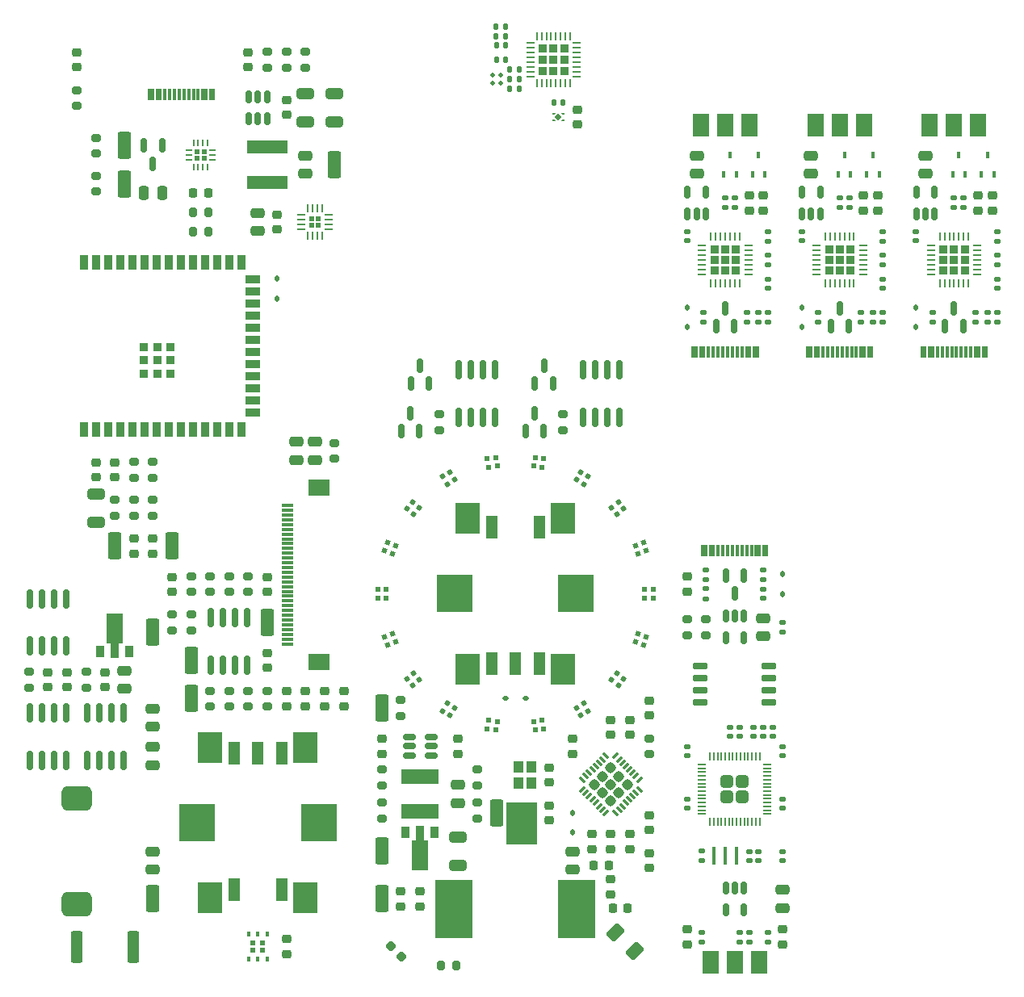
<source format=gbr>
G04 #@! TF.GenerationSoftware,KiCad,Pcbnew,7.0.8*
G04 #@! TF.CreationDate,2023-10-18T02:17:35-07:00*
G04 #@! TF.ProjectId,IotFan,496f7446-616e-42e6-9b69-6361645f7063,rev?*
G04 #@! TF.SameCoordinates,Original*
G04 #@! TF.FileFunction,Paste,Top*
G04 #@! TF.FilePolarity,Positive*
%FSLAX46Y46*%
G04 Gerber Fmt 4.6, Leading zero omitted, Abs format (unit mm)*
G04 Created by KiCad (PCBNEW 7.0.8) date 2023-10-18 02:17:35*
%MOMM*%
%LPD*%
G01*
G04 APERTURE LIST*
G04 Aperture macros list*
%AMRoundRect*
0 Rectangle with rounded corners*
0 $1 Rounding radius*
0 $2 $3 $4 $5 $6 $7 $8 $9 X,Y pos of 4 corners*
0 Add a 4 corners polygon primitive as box body*
4,1,4,$2,$3,$4,$5,$6,$7,$8,$9,$2,$3,0*
0 Add four circle primitives for the rounded corners*
1,1,$1+$1,$2,$3*
1,1,$1+$1,$4,$5*
1,1,$1+$1,$6,$7*
1,1,$1+$1,$8,$9*
0 Add four rect primitives between the rounded corners*
20,1,$1+$1,$2,$3,$4,$5,0*
20,1,$1+$1,$4,$5,$6,$7,0*
20,1,$1+$1,$6,$7,$8,$9,0*
20,1,$1+$1,$8,$9,$2,$3,0*%
%AMRotRect*
0 Rectangle, with rotation*
0 The origin of the aperture is its center*
0 $1 length*
0 $2 width*
0 $3 Rotation angle, in degrees counterclockwise*
0 Add horizontal line*
21,1,$1,$2,0,0,$3*%
%AMFreePoly0*
4,1,6,0.110000,-0.125000,-0.110000,-0.125000,-0.290000,0.055000,-0.290000,0.125000,0.110000,0.125000,0.110000,-0.125000,0.110000,-0.125000,$1*%
%AMFreePoly1*
4,1,7,0.110000,-0.125000,-0.110000,-0.125000,-0.290000,-0.125000,-0.290000,-0.055000,-0.110000,0.125000,0.110000,0.125000,0.110000,-0.125000,0.110000,-0.125000,$1*%
%AMFreePoly2*
4,1,6,0.290000,-0.055000,0.290000,-0.125000,-0.110000,-0.125000,-0.110000,0.125000,0.110000,0.125000,0.290000,-0.055000,0.290000,-0.055000,$1*%
%AMFreePoly3*
4,1,5,0.110000,-0.125000,-0.110000,-0.125000,-0.110000,0.125000,0.360000,0.125000,0.110000,-0.125000,0.110000,-0.125000,$1*%
%AMFreePoly4*
4,1,9,3.862500,-0.866500,0.737500,-0.866500,0.737500,-0.450000,-0.737500,-0.450000,-0.737500,0.450000,0.737500,0.450000,0.737500,0.866500,3.862500,0.866500,3.862500,-0.866500,3.862500,-0.866500,$1*%
G04 Aperture macros list end*
%ADD10R,0.450000X0.700000*%
%ADD11RoundRect,0.112500X0.112500X-0.187500X0.112500X0.187500X-0.112500X0.187500X-0.112500X-0.187500X0*%
%ADD12RoundRect,0.140000X-0.170000X0.140000X-0.170000X-0.140000X0.170000X-0.140000X0.170000X0.140000X0*%
%ADD13RoundRect,0.135000X0.185000X-0.135000X0.185000X0.135000X-0.185000X0.135000X-0.185000X-0.135000X0*%
%ADD14R,0.300000X1.150000*%
%ADD15RoundRect,0.225000X0.225000X-0.225000X0.225000X0.225000X-0.225000X0.225000X-0.225000X-0.225000X0*%
%ADD16RoundRect,0.062500X0.062500X-0.337500X0.062500X0.337500X-0.062500X0.337500X-0.062500X-0.337500X0*%
%ADD17RoundRect,0.062500X0.337500X-0.062500X0.337500X0.062500X-0.337500X0.062500X-0.337500X-0.062500X0*%
%ADD18RoundRect,0.218750X0.256250X-0.218750X0.256250X0.218750X-0.256250X0.218750X-0.256250X-0.218750X0*%
%ADD19RoundRect,0.135000X-0.185000X0.135000X-0.185000X-0.135000X0.185000X-0.135000X0.185000X0.135000X0*%
%ADD20RoundRect,0.140000X0.170000X-0.140000X0.170000X0.140000X-0.170000X0.140000X-0.170000X-0.140000X0*%
%ADD21R,1.700000X2.340000*%
%ADD22RoundRect,0.150000X0.150000X-0.587500X0.150000X0.587500X-0.150000X0.587500X-0.150000X-0.587500X0*%
%ADD23RoundRect,0.250000X-0.475000X0.250000X-0.475000X-0.250000X0.475000X-0.250000X0.475000X0.250000X0*%
%ADD24RoundRect,0.150000X0.150000X-0.512500X0.150000X0.512500X-0.150000X0.512500X-0.150000X-0.512500X0*%
%ADD25RoundRect,0.250000X-0.450000X1.175000X-0.450000X-1.175000X0.450000X-1.175000X0.450000X1.175000X0*%
%ADD26RotRect,0.500000X0.500000X60.000000*%
%ADD27RoundRect,0.150000X0.150000X-0.825000X0.150000X0.825000X-0.150000X0.825000X-0.150000X-0.825000X0*%
%ADD28RoundRect,0.225000X0.250000X-0.225000X0.250000X0.225000X-0.250000X0.225000X-0.250000X-0.225000X0*%
%ADD29RoundRect,0.250000X0.450000X-1.175000X0.450000X1.175000X-0.450000X1.175000X-0.450000X-1.175000X0*%
%ADD30R,4.000000X1.500000*%
%ADD31RoundRect,0.200000X0.275000X-0.200000X0.275000X0.200000X-0.275000X0.200000X-0.275000X-0.200000X0*%
%ADD32RoundRect,0.112500X0.112500X-0.112500X0.112500X0.112500X-0.112500X0.112500X-0.112500X-0.112500X0*%
%ADD33RotRect,0.500000X0.500000X200.000000*%
%ADD34RotRect,0.500000X0.500000X240.000000*%
%ADD35RotRect,0.500000X0.500000X160.000000*%
%ADD36RoundRect,0.250000X-0.707107X-0.176777X-0.176777X-0.707107X0.707107X0.176777X0.176777X0.707107X0*%
%ADD37RoundRect,0.150000X0.512500X0.150000X-0.512500X0.150000X-0.512500X-0.150000X0.512500X-0.150000X0*%
%ADD38RoundRect,0.140000X0.140000X0.170000X-0.140000X0.170000X-0.140000X-0.170000X0.140000X-0.170000X0*%
%ADD39RoundRect,0.245000X0.346482X0.000000X0.000000X0.346482X-0.346482X0.000000X0.000000X-0.346482X0*%
%ADD40RoundRect,0.062500X0.265165X-0.176777X-0.176777X0.265165X-0.265165X0.176777X0.176777X-0.265165X0*%
%ADD41RoundRect,0.062500X0.265165X0.176777X0.176777X0.265165X-0.265165X-0.176777X-0.176777X-0.265165X0*%
%ADD42RoundRect,0.200000X-0.275000X0.200000X-0.275000X-0.200000X0.275000X-0.200000X0.275000X0.200000X0*%
%ADD43RoundRect,0.135000X-0.135000X-0.185000X0.135000X-0.185000X0.135000X0.185000X-0.135000X0.185000X0*%
%ADD44RoundRect,0.225000X-0.250000X0.225000X-0.250000X-0.225000X0.250000X-0.225000X0.250000X0.225000X0*%
%ADD45RotRect,0.500000X0.500000X40.000000*%
%ADD46RoundRect,0.250000X0.475000X-0.250000X0.475000X0.250000X-0.475000X0.250000X-0.475000X-0.250000X0*%
%ADD47R,0.500000X0.500000*%
%ADD48RoundRect,0.218750X0.335876X0.026517X0.026517X0.335876X-0.335876X-0.026517X-0.026517X-0.335876X0*%
%ADD49RotRect,0.500000X0.500000X280.000000*%
%ADD50RotRect,0.500000X0.500000X220.000000*%
%ADD51RotRect,0.500000X0.500000X20.000000*%
%ADD52RotRect,0.500000X0.500000X260.000000*%
%ADD53RoundRect,0.225000X0.225000X0.250000X-0.225000X0.250000X-0.225000X-0.250000X0.225000X-0.250000X0*%
%ADD54RotRect,0.500000X0.500000X120.000000*%
%ADD55RoundRect,0.200000X-0.200000X-0.275000X0.200000X-0.275000X0.200000X0.275000X-0.200000X0.275000X0*%
%ADD56RotRect,0.500000X0.500000X80.000000*%
%ADD57RotRect,0.500000X0.500000X300.000000*%
%ADD58RotRect,0.500000X0.500000X140.000000*%
%ADD59RoundRect,0.112500X-0.187500X-0.112500X0.187500X-0.112500X0.187500X0.112500X-0.187500X0.112500X0*%
%ADD60R,3.300000X4.400000*%
%ADD61R,3.900000X6.200000*%
%ADD62RotRect,0.480000X0.480000X225.000000*%
%ADD63FreePoly0,180.000000*%
%ADD64FreePoly1,180.000000*%
%ADD65FreePoly2,180.000000*%
%ADD66FreePoly3,180.000000*%
%ADD67RoundRect,0.250000X-0.650000X0.325000X-0.650000X-0.325000X0.650000X-0.325000X0.650000X0.325000X0*%
%ADD68RoundRect,0.225000X-0.225000X-0.250000X0.225000X-0.250000X0.225000X0.250000X-0.225000X0.250000X0*%
%ADD69RoundRect,0.062500X-0.062500X-0.375000X0.062500X-0.375000X0.062500X0.375000X-0.062500X0.375000X0*%
%ADD70RoundRect,0.062500X-0.375000X-0.062500X0.375000X-0.062500X0.375000X0.062500X-0.375000X0.062500X0*%
%ADD71RoundRect,0.232500X-0.232500X-0.232500X0.232500X-0.232500X0.232500X0.232500X-0.232500X0.232500X0*%
%ADD72RoundRect,0.135000X0.135000X0.185000X-0.135000X0.185000X-0.135000X-0.185000X0.135000X-0.185000X0*%
%ADD73R,1.000000X1.150000*%
%ADD74R,0.900000X1.300000*%
%ADD75FreePoly4,270.000000*%
%ADD76RoundRect,0.218750X-0.256250X0.218750X-0.256250X-0.218750X0.256250X-0.218750X0.256250X0.218750X0*%
%ADD77R,1.300000X2.400000*%
%ADD78R,2.500000X3.200000*%
%ADD79R,3.750000X4.000000*%
%ADD80RoundRect,0.140000X-0.140000X-0.170000X0.140000X-0.170000X0.140000X0.170000X-0.140000X0.170000X0*%
%ADD81RotRect,0.500000X0.500000X100.000000*%
%ADD82RotRect,0.500000X0.500000X320.000000*%
%ADD83RotRect,0.500000X0.500000X340.000000*%
%ADD84FreePoly4,90.000000*%
%ADD85RoundRect,0.145000X-0.145000X0.145000X-0.145000X-0.145000X0.145000X-0.145000X0.145000X0.145000X0*%
%ADD86RoundRect,0.062500X-0.062500X0.375000X-0.062500X-0.375000X0.062500X-0.375000X0.062500X0.375000X0*%
%ADD87RoundRect,0.062500X-0.375000X0.062500X-0.375000X-0.062500X0.375000X-0.062500X0.375000X0.062500X0*%
%ADD88R,1.300000X0.300000*%
%ADD89R,2.200000X1.800000*%
%ADD90R,4.200000X1.400000*%
%ADD91R,0.450000X0.630000*%
%ADD92R,0.630000X0.480000*%
%ADD93RoundRect,0.150000X-0.150000X0.825000X-0.150000X-0.825000X0.150000X-0.825000X0.150000X0.825000X0*%
%ADD94RoundRect,0.250000X-0.362500X-1.425000X0.362500X-1.425000X0.362500X1.425000X-0.362500X1.425000X0*%
%ADD95R,0.900000X0.900000*%
%ADD96R,0.900000X1.500000*%
%ADD97R,1.500000X0.900000*%
%ADD98RoundRect,0.250000X0.650000X-0.325000X0.650000X0.325000X-0.650000X0.325000X-0.650000X-0.325000X0*%
%ADD99RoundRect,0.650000X-0.950000X0.650000X-0.950000X-0.650000X0.950000X-0.650000X0.950000X0.650000X0*%
%ADD100RoundRect,0.150000X-0.150000X0.587500X-0.150000X-0.587500X0.150000X-0.587500X0.150000X0.587500X0*%
%ADD101RoundRect,0.145000X-0.145000X-0.145000X0.145000X-0.145000X0.145000X0.145000X-0.145000X0.145000X0*%
%ADD102RoundRect,0.062500X-0.275000X-0.062500X0.275000X-0.062500X0.275000X0.062500X-0.275000X0.062500X0*%
%ADD103RoundRect,0.062500X-0.062500X-0.275000X0.062500X-0.275000X0.062500X0.275000X-0.062500X0.275000X0*%
%ADD104RoundRect,0.250000X0.250000X0.475000X-0.250000X0.475000X-0.250000X-0.475000X0.250000X-0.475000X0*%
%ADD105R,0.400000X1.900000*%
%ADD106RoundRect,0.150000X-0.150000X0.512500X-0.150000X-0.512500X0.150000X-0.512500X0.150000X0.512500X0*%
%ADD107RoundRect,0.150000X-0.650000X-0.150000X0.650000X-0.150000X0.650000X0.150000X-0.650000X0.150000X0*%
%ADD108RoundRect,0.050000X-0.050000X-0.387500X0.050000X-0.387500X0.050000X0.387500X-0.050000X0.387500X0*%
%ADD109RoundRect,0.050000X-0.387500X-0.050000X0.387500X-0.050000X0.387500X0.050000X-0.387500X0.050000X0*%
%ADD110RoundRect,0.249999X-0.395001X-0.395001X0.395001X-0.395001X0.395001X0.395001X-0.395001X0.395001X0*%
%ADD111RoundRect,0.112500X-0.112500X0.187500X-0.112500X-0.187500X0.112500X-0.187500X0.112500X0.187500X0*%
G04 APERTURE END LIST*
D10*
X148850000Y-56000000D03*
X150150000Y-56000000D03*
X149500000Y-54000000D03*
D11*
X142000000Y-72050000D03*
X142000000Y-69950000D03*
D12*
X149500000Y-70520000D03*
X149500000Y-71480000D03*
D13*
X146000000Y-59510000D03*
X146000000Y-58490000D03*
D14*
X142650000Y-74655000D03*
X143450000Y-74655000D03*
X144750000Y-74655000D03*
X145750000Y-74655000D03*
X146250000Y-74655000D03*
X147250000Y-74655000D03*
X148550000Y-74655000D03*
X149350000Y-74655000D03*
X149050000Y-74655000D03*
X148250000Y-74655000D03*
X147750000Y-74655000D03*
X146750000Y-74655000D03*
X145250000Y-74655000D03*
X144250000Y-74655000D03*
X143750000Y-74655000D03*
X142950000Y-74655000D03*
D10*
X145850000Y-56000000D03*
X147150000Y-56000000D03*
X146500000Y-54000000D03*
D15*
X144880000Y-66120000D03*
X146000000Y-66120000D03*
X147120000Y-66120000D03*
X144880000Y-65000000D03*
X146000000Y-65000000D03*
X147120000Y-65000000D03*
X144880000Y-63880000D03*
X146000000Y-63880000D03*
X147120000Y-63880000D03*
D16*
X144500000Y-67450000D03*
X145000000Y-67450000D03*
X145500000Y-67450000D03*
X146000000Y-67450000D03*
X146500000Y-67450000D03*
X147000000Y-67450000D03*
X147500000Y-67450000D03*
D17*
X148450000Y-66500000D03*
X148450000Y-66000000D03*
X148450000Y-65500000D03*
X148450000Y-65000000D03*
X148450000Y-64500000D03*
X148450000Y-64000000D03*
X148450000Y-63500000D03*
D16*
X147500000Y-62550000D03*
X147000000Y-62550000D03*
X146500000Y-62550000D03*
X146000000Y-62550000D03*
X145500000Y-62550000D03*
X145000000Y-62550000D03*
X144500000Y-62550000D03*
D17*
X143550000Y-63500000D03*
X143550000Y-64000000D03*
X143550000Y-64500000D03*
X143550000Y-65000000D03*
X143550000Y-65500000D03*
X143550000Y-66000000D03*
X143550000Y-66500000D03*
D12*
X150500000Y-70520000D03*
X150500000Y-71480000D03*
D13*
X147000000Y-59510000D03*
X147000000Y-58490000D03*
D18*
X148500000Y-59787500D03*
X148500000Y-58212500D03*
D19*
X150500000Y-61990000D03*
X150500000Y-63010000D03*
D20*
X150500000Y-67980000D03*
X150500000Y-67020000D03*
D12*
X142000000Y-62020000D03*
X142000000Y-62980000D03*
D18*
X150000000Y-59787500D03*
X150000000Y-58212500D03*
D21*
X143455000Y-50870000D03*
X145995000Y-50870000D03*
X148535000Y-50870000D03*
D19*
X150500000Y-64490000D03*
X150500000Y-65510000D03*
D22*
X145050000Y-71937500D03*
X146950000Y-71937500D03*
X146000000Y-70062500D03*
D23*
X143000000Y-54050000D03*
X143000000Y-55950000D03*
D19*
X148250000Y-70490000D03*
X148250000Y-71510000D03*
X143750000Y-70490000D03*
X143750000Y-71510000D03*
D24*
X142050000Y-60137500D03*
X143000000Y-60137500D03*
X143950000Y-60137500D03*
X143950000Y-57862500D03*
X142050000Y-57862500D03*
D10*
X136850000Y-56000000D03*
X138150000Y-56000000D03*
X137500000Y-54000000D03*
D11*
X130000000Y-72050000D03*
X130000000Y-69950000D03*
D12*
X137500000Y-70520000D03*
X137500000Y-71480000D03*
D13*
X134000000Y-59510000D03*
X134000000Y-58490000D03*
D14*
X130650000Y-74655000D03*
X131450000Y-74655000D03*
X132750000Y-74655000D03*
X133750000Y-74655000D03*
X134250000Y-74655000D03*
X135250000Y-74655000D03*
X136550000Y-74655000D03*
X137350000Y-74655000D03*
X137050000Y-74655000D03*
X136250000Y-74655000D03*
X135750000Y-74655000D03*
X134750000Y-74655000D03*
X133250000Y-74655000D03*
X132250000Y-74655000D03*
X131750000Y-74655000D03*
X130950000Y-74655000D03*
D10*
X133850000Y-56000000D03*
X135150000Y-56000000D03*
X134500000Y-54000000D03*
D15*
X132880000Y-66120000D03*
X134000000Y-66120000D03*
X135120000Y-66120000D03*
X132880000Y-65000000D03*
X134000000Y-65000000D03*
X135120000Y-65000000D03*
X132880000Y-63880000D03*
X134000000Y-63880000D03*
X135120000Y-63880000D03*
D16*
X132500000Y-67450000D03*
X133000000Y-67450000D03*
X133500000Y-67450000D03*
X134000000Y-67450000D03*
X134500000Y-67450000D03*
X135000000Y-67450000D03*
X135500000Y-67450000D03*
D17*
X136450000Y-66500000D03*
X136450000Y-66000000D03*
X136450000Y-65500000D03*
X136450000Y-65000000D03*
X136450000Y-64500000D03*
X136450000Y-64000000D03*
X136450000Y-63500000D03*
D16*
X135500000Y-62550000D03*
X135000000Y-62550000D03*
X134500000Y-62550000D03*
X134000000Y-62550000D03*
X133500000Y-62550000D03*
X133000000Y-62550000D03*
X132500000Y-62550000D03*
D17*
X131550000Y-63500000D03*
X131550000Y-64000000D03*
X131550000Y-64500000D03*
X131550000Y-65000000D03*
X131550000Y-65500000D03*
X131550000Y-66000000D03*
X131550000Y-66500000D03*
D12*
X138500000Y-70520000D03*
X138500000Y-71480000D03*
D13*
X135000000Y-59510000D03*
X135000000Y-58490000D03*
D18*
X136500000Y-59787500D03*
X136500000Y-58212500D03*
D19*
X138500000Y-61990000D03*
X138500000Y-63010000D03*
D20*
X138500000Y-67980000D03*
X138500000Y-67020000D03*
D12*
X130000000Y-62020000D03*
X130000000Y-62980000D03*
D18*
X138000000Y-59787500D03*
X138000000Y-58212500D03*
D21*
X131455000Y-50870000D03*
X133995000Y-50870000D03*
X136535000Y-50870000D03*
D19*
X138500000Y-64490000D03*
X138500000Y-65510000D03*
D22*
X133050000Y-71937500D03*
X134950000Y-71937500D03*
X134000000Y-70062500D03*
D23*
X131000000Y-54050000D03*
X131000000Y-55950000D03*
D19*
X136250000Y-70490000D03*
X136250000Y-71510000D03*
X131750000Y-70490000D03*
X131750000Y-71510000D03*
D24*
X130050000Y-60137500D03*
X131000000Y-60137500D03*
X131950000Y-60137500D03*
X131950000Y-57862500D03*
X130050000Y-57862500D03*
X118050000Y-57862500D03*
X119950000Y-57862500D03*
X119950000Y-60137500D03*
X119000000Y-60137500D03*
X118050000Y-60137500D03*
D19*
X119750000Y-71510000D03*
X119750000Y-70490000D03*
X124250000Y-71510000D03*
X124250000Y-70490000D03*
D23*
X119000000Y-55950000D03*
X119000000Y-54050000D03*
D22*
X122000000Y-70062500D03*
X122950000Y-71937500D03*
X121050000Y-71937500D03*
D19*
X126500000Y-65510000D03*
X126500000Y-64490000D03*
D21*
X119455000Y-50870000D03*
X121995000Y-50870000D03*
X124535000Y-50870000D03*
D18*
X126000000Y-58212500D03*
X126000000Y-59787500D03*
D12*
X118000000Y-62980000D03*
X118000000Y-62020000D03*
D20*
X126500000Y-67020000D03*
X126500000Y-67980000D03*
D19*
X126500000Y-63010000D03*
X126500000Y-61990000D03*
D18*
X124500000Y-58212500D03*
X124500000Y-59787500D03*
D13*
X123000000Y-58490000D03*
X123000000Y-59510000D03*
D12*
X126500000Y-71480000D03*
X126500000Y-70520000D03*
D17*
X119550000Y-66500000D03*
X119550000Y-66000000D03*
X119550000Y-65500000D03*
X119550000Y-65000000D03*
X119550000Y-64500000D03*
X119550000Y-64000000D03*
X119550000Y-63500000D03*
D16*
X120500000Y-62550000D03*
X121000000Y-62550000D03*
X121500000Y-62550000D03*
X122000000Y-62550000D03*
X122500000Y-62550000D03*
X123000000Y-62550000D03*
X123500000Y-62550000D03*
D17*
X124450000Y-63500000D03*
X124450000Y-64000000D03*
X124450000Y-64500000D03*
X124450000Y-65000000D03*
X124450000Y-65500000D03*
X124450000Y-66000000D03*
X124450000Y-66500000D03*
D16*
X123500000Y-67450000D03*
X123000000Y-67450000D03*
X122500000Y-67450000D03*
X122000000Y-67450000D03*
X121500000Y-67450000D03*
X121000000Y-67450000D03*
X120500000Y-67450000D03*
D15*
X123120000Y-63880000D03*
X122000000Y-63880000D03*
X120880000Y-63880000D03*
X123120000Y-65000000D03*
X122000000Y-65000000D03*
X120880000Y-65000000D03*
X123120000Y-66120000D03*
X122000000Y-66120000D03*
X120880000Y-66120000D03*
D10*
X122500000Y-54000000D03*
X123150000Y-56000000D03*
X121850000Y-56000000D03*
D14*
X118950000Y-74655000D03*
X119750000Y-74655000D03*
X120250000Y-74655000D03*
X121250000Y-74655000D03*
X122750000Y-74655000D03*
X123750000Y-74655000D03*
X124250000Y-74655000D03*
X125050000Y-74655000D03*
X125350000Y-74655000D03*
X124550000Y-74655000D03*
X123250000Y-74655000D03*
X122250000Y-74655000D03*
X121750000Y-74655000D03*
X120750000Y-74655000D03*
X119450000Y-74655000D03*
X118650000Y-74655000D03*
D13*
X122000000Y-58490000D03*
X122000000Y-59510000D03*
D12*
X125500000Y-71480000D03*
X125500000Y-70520000D03*
D11*
X118000000Y-69950000D03*
X118000000Y-72050000D03*
D10*
X125500000Y-54000000D03*
X126150000Y-56000000D03*
X124850000Y-56000000D03*
D25*
X86000000Y-112000000D03*
D26*
X106385289Y-88040711D03*
X107164711Y-88490711D03*
X107614711Y-87711289D03*
X106835289Y-87261289D03*
D27*
X94095000Y-81475000D03*
X95365000Y-81475000D03*
X96635000Y-81475000D03*
X97905000Y-81475000D03*
X97905000Y-76525000D03*
X96635000Y-76525000D03*
X95365000Y-76525000D03*
X94095000Y-76525000D03*
X107095000Y-81475000D03*
X108365000Y-81475000D03*
X109635000Y-81475000D03*
X110905000Y-81475000D03*
X110905000Y-76525000D03*
X109635000Y-76525000D03*
X108365000Y-76525000D03*
X107095000Y-76525000D03*
D28*
X110000000Y-114775000D03*
X110000000Y-113225000D03*
D22*
X89050000Y-77937500D03*
X90950000Y-77937500D03*
X90000000Y-76062500D03*
D29*
X86000000Y-127000000D03*
D30*
X90000000Y-119200000D03*
X90000000Y-122800000D03*
D31*
X105000000Y-82825000D03*
X105000000Y-81175000D03*
D32*
X98425000Y-46425000D03*
X98425000Y-45575000D03*
X97575000Y-45575000D03*
X97575000Y-46425000D03*
D31*
X86000000Y-123575000D03*
X86000000Y-121925000D03*
D33*
X87420771Y-105056953D03*
X87112953Y-104211229D03*
X86267229Y-104519047D03*
X86575047Y-105364771D03*
D34*
X93614711Y-111959289D03*
X92835289Y-111509289D03*
X92385289Y-112288711D03*
X93164711Y-112738711D03*
D35*
X87112953Y-95788771D03*
X87420771Y-94943047D03*
X86575047Y-94635229D03*
X86267229Y-95480953D03*
D36*
X110510051Y-135510051D03*
X112489949Y-137489949D03*
D37*
X91137500Y-116950000D03*
X91137500Y-116000000D03*
X91137500Y-115050000D03*
X88862500Y-115050000D03*
X88862500Y-116000000D03*
X88862500Y-116950000D03*
D31*
X92000000Y-82825000D03*
X92000000Y-81175000D03*
D38*
X98020000Y-42500000D03*
X98980000Y-42500000D03*
D39*
X110000000Y-121725341D03*
X110862670Y-120862670D03*
X111725341Y-120000000D03*
X109137330Y-120862670D03*
X110000000Y-120000000D03*
X110862670Y-119137330D03*
X108274659Y-120000000D03*
X109137330Y-119137330D03*
X110000000Y-118274659D03*
D40*
X110512652Y-122987526D03*
X110866206Y-122633973D03*
X111219759Y-122280419D03*
X111573313Y-121926866D03*
X111926866Y-121573313D03*
X112280419Y-121219759D03*
X112633973Y-120866206D03*
X112987526Y-120512652D03*
D41*
X112987526Y-119487348D03*
X112633973Y-119133794D03*
X112280419Y-118780241D03*
X111926866Y-118426687D03*
X111573313Y-118073134D03*
X111219759Y-117719581D03*
X110866206Y-117366027D03*
X110512652Y-117012474D03*
D40*
X109487348Y-117012474D03*
X109133794Y-117366027D03*
X108780241Y-117719581D03*
X108426687Y-118073134D03*
X108073134Y-118426687D03*
X107719581Y-118780241D03*
X107366027Y-119133794D03*
X107012474Y-119487348D03*
D41*
X107012474Y-120512652D03*
X107366027Y-120866206D03*
X107719581Y-121219759D03*
X108073134Y-121573313D03*
X108426687Y-121926866D03*
X108780241Y-122280419D03*
X109133794Y-122633973D03*
X109487348Y-122987526D03*
D42*
X96000000Y-121925000D03*
X96000000Y-123575000D03*
D22*
X88050000Y-82937500D03*
X89950000Y-82937500D03*
X89000000Y-81062500D03*
D43*
X100410000Y-45000000D03*
X99390000Y-45000000D03*
D44*
X103500000Y-118225000D03*
X103500000Y-119775000D03*
D31*
X114000000Y-116825000D03*
X114000000Y-115175000D03*
D45*
X110091026Y-90945534D03*
X110669534Y-91634974D03*
X111358974Y-91056466D03*
X110780466Y-90367026D03*
D43*
X100410000Y-46000000D03*
X99390000Y-46000000D03*
D42*
X88000000Y-111175000D03*
X88000000Y-112825000D03*
D44*
X86000000Y-115225000D03*
X86000000Y-116775000D03*
D42*
X96000000Y-118425000D03*
X96000000Y-120075000D03*
D46*
X94000000Y-121950000D03*
X94000000Y-120050000D03*
D47*
X113550000Y-99550000D03*
X113550000Y-100450000D03*
X114450000Y-100450000D03*
X114450000Y-99550000D03*
D48*
X88056847Y-138056847D03*
X86943153Y-136943153D03*
D28*
X112000000Y-114775000D03*
X112000000Y-113225000D03*
X103500000Y-123775000D03*
X103500000Y-122225000D03*
D43*
X100410000Y-47000000D03*
X99390000Y-47000000D03*
D44*
X110000000Y-125225000D03*
X110000000Y-126775000D03*
D49*
X102796022Y-113265695D03*
X101909695Y-113421978D03*
X102065978Y-114308305D03*
X102952305Y-114152022D03*
D50*
X89908974Y-109054466D03*
X89330466Y-108365026D03*
X88641026Y-108943534D03*
X89219534Y-109632974D03*
D29*
X98000000Y-123000000D03*
D51*
X112579229Y-94943047D03*
X112887047Y-95788771D03*
X113732771Y-95480953D03*
X113424953Y-94635229D03*
D44*
X94000000Y-115225000D03*
X94000000Y-116775000D03*
D11*
X106000000Y-125050000D03*
X106000000Y-122950000D03*
D52*
X98090305Y-113421978D03*
X97203978Y-113265695D03*
X97047695Y-114152022D03*
X97934022Y-114308305D03*
D44*
X88000000Y-131225000D03*
X88000000Y-132775000D03*
D22*
X101050000Y-82937500D03*
X102950000Y-82937500D03*
X102000000Y-81062500D03*
D53*
X109775000Y-128500000D03*
X108225000Y-128500000D03*
D25*
X86000000Y-132000000D03*
D54*
X92835289Y-88490711D03*
X93614711Y-88040711D03*
X93164711Y-87261289D03*
X92385289Y-87711289D03*
D47*
X86450000Y-100450000D03*
X86450000Y-99550000D03*
X85550000Y-99550000D03*
X85550000Y-100450000D03*
D44*
X90000000Y-131225000D03*
X90000000Y-132775000D03*
D55*
X92175000Y-139000000D03*
X93825000Y-139000000D03*
D56*
X101909695Y-86578022D03*
X102796022Y-86734305D03*
X102952305Y-85847978D03*
X102065978Y-85691695D03*
D57*
X107164711Y-111509289D03*
X106385289Y-111959289D03*
X106835289Y-112738711D03*
X107614711Y-112288711D03*
D58*
X89330466Y-91634974D03*
X89908974Y-90945534D03*
X89219534Y-90367026D03*
X88641026Y-91056466D03*
D44*
X108000000Y-125225000D03*
X108000000Y-126775000D03*
D59*
X98950000Y-111000000D03*
X101050000Y-111000000D03*
D60*
X100700000Y-124100000D03*
D61*
X93550000Y-133100000D03*
X106450000Y-133100000D03*
D22*
X102050000Y-77937500D03*
X103950000Y-77937500D03*
X103000000Y-76062500D03*
D62*
X104500000Y-50000000D03*
D63*
X103960000Y-50325000D03*
D64*
X103960000Y-49675000D03*
D65*
X105040000Y-49675000D03*
D66*
X105040000Y-50325000D03*
D28*
X106000000Y-116775000D03*
X106000000Y-115225000D03*
D67*
X94000000Y-125525000D03*
X94000000Y-128475000D03*
D23*
X106000000Y-127050000D03*
X106000000Y-128950000D03*
D68*
X110225000Y-133000000D03*
X111775000Y-133000000D03*
D69*
X102250000Y-41562500D03*
X102750000Y-41562500D03*
X103250000Y-41562500D03*
X103750000Y-41562500D03*
X104250000Y-41562500D03*
X104750000Y-41562500D03*
X105250000Y-41562500D03*
X105750000Y-41562500D03*
D70*
X106437500Y-42250000D03*
X106437500Y-42750000D03*
X106437500Y-43250000D03*
X106437500Y-43750000D03*
X106437500Y-44250000D03*
X106437500Y-44750000D03*
X106437500Y-45250000D03*
X106437500Y-45750000D03*
D69*
X105750000Y-46437500D03*
X105250000Y-46437500D03*
X104750000Y-46437500D03*
X104250000Y-46437500D03*
X103750000Y-46437500D03*
X103250000Y-46437500D03*
X102750000Y-46437500D03*
X102250000Y-46437500D03*
D70*
X101562500Y-45750000D03*
X101562500Y-45250000D03*
X101562500Y-44750000D03*
X101562500Y-44250000D03*
X101562500Y-43750000D03*
X101562500Y-43250000D03*
X101562500Y-42750000D03*
X101562500Y-42250000D03*
D71*
X105150000Y-45150000D03*
X105150000Y-44000000D03*
X105150000Y-42850000D03*
X104000000Y-45150000D03*
X104000000Y-44000000D03*
X104000000Y-42850000D03*
X102850000Y-45150000D03*
X102850000Y-44000000D03*
X102850000Y-42850000D03*
D72*
X97990000Y-41500000D03*
X99010000Y-41500000D03*
D28*
X114000000Y-112775000D03*
X114000000Y-111225000D03*
D73*
X101700000Y-119875000D03*
X101700000Y-118125000D03*
X100300000Y-118125000D03*
X100300000Y-119875000D03*
D18*
X112000000Y-126787500D03*
X112000000Y-125212500D03*
D38*
X98020000Y-44000000D03*
X98980000Y-44000000D03*
D74*
X91500000Y-125050000D03*
D75*
X90000000Y-125137500D03*
D74*
X88500000Y-125050000D03*
D31*
X86000000Y-120075000D03*
X86000000Y-118425000D03*
D28*
X106500000Y-49225000D03*
X106500000Y-50775000D03*
D72*
X97990000Y-40500000D03*
X99010000Y-40500000D03*
D76*
X110000000Y-129962500D03*
X110000000Y-131537500D03*
D77*
X97500000Y-107300000D03*
X102500000Y-107300000D03*
X100000000Y-107300000D03*
D78*
X95000000Y-107900000D03*
X105000000Y-107900000D03*
D79*
X93625000Y-100000000D03*
X106375000Y-100000000D03*
D78*
X95000000Y-92100000D03*
X105000000Y-92100000D03*
D77*
X102500000Y-93000000D03*
X97500000Y-93000000D03*
D80*
X104980000Y-48500000D03*
X104020000Y-48500000D03*
D44*
X114000000Y-127225000D03*
X114000000Y-128775000D03*
D28*
X114000000Y-124775000D03*
X114000000Y-123225000D03*
D81*
X97203978Y-86734305D03*
X98090305Y-86578022D03*
X97934022Y-85691695D03*
X97047695Y-85847978D03*
D82*
X110669534Y-108365026D03*
X110091026Y-109054466D03*
X110780466Y-109632974D03*
X111358974Y-108943534D03*
D83*
X112887047Y-104211229D03*
X112579229Y-105056953D03*
X113424953Y-105364771D03*
X113732771Y-104519047D03*
D42*
X64000000Y-102175000D03*
X64000000Y-103825000D03*
D25*
X62000000Y-104000000D03*
D74*
X56500000Y-106087500D03*
D84*
X58000000Y-106000000D03*
D74*
X59500000Y-106087500D03*
D85*
X79360000Y-60640000D03*
X78640000Y-60640000D03*
X79360000Y-61360000D03*
X78640000Y-61360000D03*
D86*
X79750000Y-59562500D03*
X79250000Y-59562500D03*
X78750000Y-59562500D03*
X78250000Y-59562500D03*
D87*
X77562500Y-60250000D03*
X77562500Y-60750000D03*
X77562500Y-61250000D03*
X77562500Y-61750000D03*
D86*
X78250000Y-62437500D03*
X78750000Y-62437500D03*
X79250000Y-62437500D03*
X79750000Y-62437500D03*
D87*
X80437500Y-61750000D03*
X80437500Y-61250000D03*
X80437500Y-60750000D03*
X80437500Y-60250000D03*
D42*
X49000000Y-108175000D03*
X49000000Y-109825000D03*
D25*
X62000000Y-132000000D03*
D42*
X72000000Y-98175000D03*
X72000000Y-99825000D03*
D44*
X80000000Y-110225000D03*
X80000000Y-111775000D03*
D42*
X56000000Y-56175000D03*
X56000000Y-57825000D03*
D31*
X70000000Y-111825000D03*
X70000000Y-110175000D03*
D88*
X76150000Y-105250000D03*
X76150000Y-104750000D03*
X76150000Y-104250000D03*
X76150000Y-103750000D03*
X76150000Y-103250000D03*
X76150000Y-102750000D03*
X76150000Y-102250000D03*
X76150000Y-101750000D03*
X76150000Y-101250000D03*
X76150000Y-100750000D03*
X76150000Y-100250000D03*
X76150000Y-99750000D03*
X76150000Y-99250000D03*
X76150000Y-98750000D03*
X76150000Y-98250000D03*
X76150000Y-97750000D03*
X76150000Y-97250000D03*
X76150000Y-96750000D03*
X76150000Y-96250000D03*
X76150000Y-95750000D03*
X76150000Y-95250000D03*
X76150000Y-94750000D03*
X76150000Y-94250000D03*
X76150000Y-93750000D03*
X76150000Y-93250000D03*
X76150000Y-92750000D03*
X76150000Y-92250000D03*
X76150000Y-91750000D03*
X76150000Y-91250000D03*
X76150000Y-90750000D03*
D89*
X79400000Y-107150000D03*
X79400000Y-88850000D03*
D90*
X74000000Y-53150000D03*
X74000000Y-56850000D03*
D25*
X66000000Y-111000000D03*
D46*
X62000000Y-128950000D03*
X62000000Y-127050000D03*
D91*
X72050000Y-138340000D03*
X73000000Y-138340000D03*
X73950000Y-138340000D03*
X73950000Y-135660000D03*
X73000000Y-135660000D03*
X72050000Y-135660000D03*
D92*
X72475000Y-137400000D03*
X73525000Y-137400000D03*
X72475000Y-136600000D03*
X73525000Y-136600000D03*
D42*
X62000000Y-90175000D03*
X62000000Y-91825000D03*
D25*
X64000000Y-95000000D03*
D44*
X64000000Y-98225000D03*
X64000000Y-99775000D03*
D28*
X74000000Y-107775000D03*
X74000000Y-106225000D03*
D42*
X60000000Y-86175000D03*
X60000000Y-87825000D03*
D93*
X58905000Y-112525000D03*
X57635000Y-112525000D03*
X56365000Y-112525000D03*
X55095000Y-112525000D03*
X55095000Y-117475000D03*
X56365000Y-117475000D03*
X57635000Y-117475000D03*
X58905000Y-117475000D03*
D46*
X62000000Y-117950000D03*
X62000000Y-116050000D03*
D68*
X66225000Y-58000000D03*
X67775000Y-58000000D03*
D55*
X66175000Y-62000000D03*
X67825000Y-62000000D03*
D31*
X68000000Y-99825000D03*
X68000000Y-98175000D03*
D42*
X60000000Y-90175000D03*
X60000000Y-91825000D03*
D11*
X75000000Y-69050000D03*
X75000000Y-66950000D03*
D44*
X76000000Y-110225000D03*
X76000000Y-111775000D03*
X82000000Y-110225000D03*
X82000000Y-111775000D03*
X75000000Y-60225000D03*
X75000000Y-61775000D03*
D25*
X59000000Y-57000000D03*
D94*
X54037500Y-137000000D03*
X59962500Y-137000000D03*
D95*
X61060000Y-76900000D03*
X62460000Y-76900000D03*
X63860000Y-76900000D03*
X61060000Y-75500000D03*
X62460000Y-75500000D03*
X63860000Y-75500000D03*
X61060000Y-74100000D03*
X62460000Y-74100000D03*
X63860000Y-74100000D03*
D96*
X54740000Y-82750000D03*
X56010000Y-82750000D03*
X57280000Y-82750000D03*
X58550000Y-82750000D03*
X59820000Y-82750000D03*
X61090000Y-82750000D03*
X62360000Y-82750000D03*
X63630000Y-82750000D03*
X64900000Y-82750000D03*
X66170000Y-82750000D03*
X67440000Y-82750000D03*
X68710000Y-82750000D03*
X69980000Y-82750000D03*
X71250000Y-82750000D03*
D97*
X72500000Y-80985000D03*
X72500000Y-79715000D03*
X72500000Y-78445000D03*
X72500000Y-77175000D03*
X72500000Y-75905000D03*
X72500000Y-74635000D03*
X72500000Y-73365000D03*
X72500000Y-72095000D03*
X72500000Y-70825000D03*
X72500000Y-69555000D03*
X72500000Y-68285000D03*
X72500000Y-67015000D03*
D96*
X71250000Y-65250000D03*
X69980000Y-65250000D03*
X68710000Y-65250000D03*
X67440000Y-65250000D03*
X66170000Y-65250000D03*
X64900000Y-65250000D03*
X63630000Y-65250000D03*
X62360000Y-65250000D03*
X61090000Y-65250000D03*
X59820000Y-65250000D03*
X58550000Y-65250000D03*
X57280000Y-65250000D03*
X56010000Y-65250000D03*
X54740000Y-65250000D03*
D42*
X56000000Y-52175000D03*
X56000000Y-53825000D03*
D25*
X58000000Y-95000000D03*
D31*
X66000000Y-99825000D03*
X66000000Y-98175000D03*
D42*
X70000000Y-98175000D03*
X70000000Y-99825000D03*
X54000000Y-47175000D03*
X54000000Y-48825000D03*
D44*
X78000000Y-110225000D03*
X78000000Y-111775000D03*
X57000000Y-108225000D03*
X57000000Y-109775000D03*
D25*
X59000000Y-53000000D03*
D27*
X49095000Y-105475000D03*
X50365000Y-105475000D03*
X51635000Y-105475000D03*
X52905000Y-105475000D03*
X52905000Y-100525000D03*
X51635000Y-100525000D03*
X50365000Y-100525000D03*
X49095000Y-100525000D03*
D24*
X72050000Y-50137500D03*
X73000000Y-50137500D03*
X73950000Y-50137500D03*
X73950000Y-47862500D03*
X73000000Y-47862500D03*
X72050000Y-47862500D03*
D46*
X77000000Y-85950000D03*
X77000000Y-84050000D03*
D77*
X75500000Y-116700000D03*
X70500000Y-116700000D03*
X73000000Y-116700000D03*
D78*
X78000000Y-116100000D03*
X68000000Y-116100000D03*
D79*
X79375000Y-124000000D03*
X66625000Y-124000000D03*
D78*
X78000000Y-131900000D03*
X68000000Y-131900000D03*
D77*
X70500000Y-131000000D03*
X75500000Y-131000000D03*
D23*
X59000000Y-108050000D03*
X59000000Y-109950000D03*
D44*
X60000000Y-94225000D03*
X60000000Y-95775000D03*
D18*
X54000000Y-44787500D03*
X54000000Y-43212500D03*
D46*
X62000000Y-113950000D03*
X62000000Y-112050000D03*
D98*
X81000000Y-50475000D03*
X81000000Y-47525000D03*
D42*
X68000000Y-110175000D03*
X68000000Y-111825000D03*
D44*
X51000000Y-108225000D03*
X51000000Y-109775000D03*
D28*
X72000000Y-44775000D03*
X72000000Y-43225000D03*
D31*
X78000000Y-44825000D03*
X78000000Y-43175000D03*
D44*
X58000000Y-86225000D03*
X58000000Y-87775000D03*
D23*
X73000000Y-60050000D03*
X73000000Y-61950000D03*
D98*
X78000000Y-50475000D03*
X78000000Y-47525000D03*
D46*
X78000000Y-55950000D03*
X78000000Y-54050000D03*
D99*
X54000000Y-121450000D03*
X54000000Y-132550000D03*
D44*
X62000000Y-94225000D03*
X62000000Y-95775000D03*
D98*
X56000000Y-92475000D03*
X56000000Y-89525000D03*
D42*
X55000000Y-108175000D03*
X55000000Y-109825000D03*
D25*
X66000000Y-107000000D03*
D93*
X52905000Y-112525000D03*
X51635000Y-112525000D03*
X50365000Y-112525000D03*
X49095000Y-112525000D03*
X49095000Y-117475000D03*
X50365000Y-117475000D03*
X51635000Y-117475000D03*
X52905000Y-117475000D03*
D31*
X72000000Y-111825000D03*
X72000000Y-110175000D03*
D44*
X74000000Y-98225000D03*
X74000000Y-99775000D03*
D31*
X58000000Y-91825000D03*
X58000000Y-90175000D03*
D44*
X53000000Y-108225000D03*
X53000000Y-109775000D03*
D31*
X76000000Y-44825000D03*
X76000000Y-43175000D03*
D28*
X76000000Y-49775000D03*
X76000000Y-48225000D03*
D46*
X79000000Y-85950000D03*
X79000000Y-84050000D03*
D29*
X81000000Y-55000000D03*
D42*
X74000000Y-110175000D03*
X74000000Y-111825000D03*
D93*
X71905000Y-102525000D03*
X70635000Y-102525000D03*
X69365000Y-102525000D03*
X68095000Y-102525000D03*
X68095000Y-107475000D03*
X69365000Y-107475000D03*
X70635000Y-107475000D03*
X71905000Y-107475000D03*
D100*
X62950000Y-53000000D03*
X61050000Y-53000000D03*
X62000000Y-54875000D03*
D25*
X74000000Y-103000000D03*
D101*
X66640000Y-53640000D03*
X66640000Y-54360000D03*
X67360000Y-53640000D03*
X67360000Y-54360000D03*
D102*
X65737500Y-53500000D03*
X65737500Y-54000000D03*
X65737500Y-54500000D03*
D103*
X66250000Y-55262500D03*
X66750000Y-55262500D03*
X67250000Y-55262500D03*
X67750000Y-55262500D03*
D102*
X68262500Y-54500000D03*
X68262500Y-54000000D03*
X68262500Y-53500000D03*
D103*
X67750000Y-52737500D03*
X67250000Y-52737500D03*
X66750000Y-52737500D03*
X66250000Y-52737500D03*
D44*
X56000000Y-86225000D03*
X56000000Y-87775000D03*
D55*
X66175000Y-60000000D03*
X67825000Y-60000000D03*
D44*
X76000000Y-136225000D03*
X76000000Y-137775000D03*
D42*
X62000000Y-86175000D03*
X62000000Y-87825000D03*
D31*
X81000000Y-85825000D03*
X81000000Y-84175000D03*
X66000000Y-103825000D03*
X66000000Y-102175000D03*
D104*
X62950000Y-58000000D03*
X61050000Y-58000000D03*
D42*
X74000000Y-43175000D03*
X74000000Y-44825000D03*
D14*
X68350000Y-47670000D03*
X67550000Y-47670000D03*
X66250000Y-47670000D03*
X65250000Y-47670000D03*
X64750000Y-47670000D03*
X63750000Y-47670000D03*
X62450000Y-47670000D03*
X61650000Y-47670000D03*
X61950000Y-47670000D03*
X62750000Y-47670000D03*
X63250000Y-47670000D03*
X64250000Y-47670000D03*
X65750000Y-47670000D03*
X66750000Y-47670000D03*
X67250000Y-47670000D03*
X68050000Y-47670000D03*
D20*
X123500000Y-114020000D03*
X123500000Y-114980000D03*
D105*
X123200000Y-127500000D03*
X122000000Y-127500000D03*
X120800000Y-127500000D03*
D20*
X125000000Y-114020000D03*
X125000000Y-114980000D03*
X118000000Y-116020000D03*
X118000000Y-116980000D03*
D18*
X118000000Y-98212500D03*
X118000000Y-99787500D03*
D20*
X126000000Y-114020000D03*
X126000000Y-114980000D03*
D106*
X123950000Y-104637500D03*
X122050000Y-104637500D03*
X122050000Y-102362500D03*
X123000000Y-102362500D03*
X123950000Y-102362500D03*
D20*
X128000000Y-127020000D03*
X128000000Y-127980000D03*
D46*
X128000000Y-131050000D03*
X128000000Y-132950000D03*
D12*
X125500000Y-127980000D03*
X125500000Y-127020000D03*
X118000000Y-122480000D03*
X118000000Y-121520000D03*
D13*
X126500000Y-135490000D03*
X126500000Y-136510000D03*
D14*
X126050000Y-95455000D03*
X125250000Y-95455000D03*
X124750000Y-95455000D03*
X123750000Y-95455000D03*
X122250000Y-95455000D03*
X121250000Y-95455000D03*
X120750000Y-95455000D03*
X119950000Y-95455000D03*
X119650000Y-95455000D03*
X120450000Y-95455000D03*
X121750000Y-95455000D03*
X122750000Y-95455000D03*
X123250000Y-95455000D03*
X124250000Y-95455000D03*
X125550000Y-95455000D03*
X126350000Y-95455000D03*
D13*
X124500000Y-135490000D03*
X124500000Y-136510000D03*
D76*
X128000000Y-136787500D03*
X128000000Y-135212500D03*
D20*
X128000000Y-103020000D03*
X128000000Y-103980000D03*
D19*
X119500000Y-128010000D03*
X119500000Y-126990000D03*
D12*
X124500000Y-127980000D03*
X124500000Y-127020000D03*
D20*
X128000000Y-116020000D03*
X128000000Y-116980000D03*
D13*
X120000000Y-99490000D03*
X120000000Y-100510000D03*
D12*
X128000000Y-122480000D03*
X128000000Y-121520000D03*
D20*
X127000000Y-114020000D03*
X127000000Y-114980000D03*
D31*
X118000000Y-102675000D03*
X118000000Y-104325000D03*
D106*
X123950000Y-133137500D03*
X122050000Y-133137500D03*
X122050000Y-130862500D03*
X123000000Y-130862500D03*
X123950000Y-130862500D03*
D20*
X122500000Y-114020000D03*
X122500000Y-114980000D03*
D13*
X126000000Y-97490000D03*
X126000000Y-98510000D03*
X120000000Y-97490000D03*
X120000000Y-98510000D03*
D46*
X126000000Y-102550000D03*
X126000000Y-104450000D03*
D107*
X126600000Y-107595000D03*
X126600000Y-108865000D03*
X126600000Y-110135000D03*
X126600000Y-111405000D03*
X119400000Y-111405000D03*
X119400000Y-110135000D03*
X119400000Y-108865000D03*
X119400000Y-107595000D03*
D108*
X120400000Y-117062500D03*
X120800000Y-117062500D03*
X121200000Y-117062500D03*
X121600000Y-117062500D03*
X122000000Y-117062500D03*
X122400000Y-117062500D03*
X122800000Y-117062500D03*
X123200000Y-117062500D03*
X123600000Y-117062500D03*
X124000000Y-117062500D03*
X124400000Y-117062500D03*
X124800000Y-117062500D03*
X125200000Y-117062500D03*
X125600000Y-117062500D03*
D109*
X126437500Y-117900000D03*
X126437500Y-118300000D03*
X126437500Y-118700000D03*
X126437500Y-119100000D03*
X126437500Y-119500000D03*
X126437500Y-119900000D03*
X126437500Y-120300000D03*
X126437500Y-120700000D03*
X126437500Y-121100000D03*
X126437500Y-121500000D03*
X126437500Y-121900000D03*
X126437500Y-122300000D03*
X126437500Y-122700000D03*
X126437500Y-123100000D03*
D108*
X125600000Y-123937500D03*
X125200000Y-123937500D03*
X124800000Y-123937500D03*
X124400000Y-123937500D03*
X124000000Y-123937500D03*
X123600000Y-123937500D03*
X123200000Y-123937500D03*
X122800000Y-123937500D03*
X122400000Y-123937500D03*
X122000000Y-123937500D03*
X121600000Y-123937500D03*
X121200000Y-123937500D03*
X120800000Y-123937500D03*
X120400000Y-123937500D03*
D109*
X119562500Y-123100000D03*
X119562500Y-122700000D03*
X119562500Y-122300000D03*
X119562500Y-121900000D03*
X119562500Y-121500000D03*
X119562500Y-121100000D03*
X119562500Y-120700000D03*
X119562500Y-120300000D03*
X119562500Y-119900000D03*
X119562500Y-119500000D03*
X119562500Y-119100000D03*
X119562500Y-118700000D03*
X119562500Y-118300000D03*
X119562500Y-117900000D03*
D110*
X123800000Y-121300000D03*
X123800000Y-119700000D03*
X122200000Y-121300000D03*
X122200000Y-119700000D03*
D18*
X118000000Y-135212500D03*
X118000000Y-136787500D03*
D19*
X123500000Y-136510000D03*
X123500000Y-135490000D03*
D21*
X120460000Y-138630000D03*
X123000000Y-138630000D03*
X125540000Y-138630000D03*
D19*
X119500000Y-136510000D03*
X119500000Y-135490000D03*
D31*
X120000000Y-102675000D03*
X120000000Y-104325000D03*
D20*
X126000000Y-99520000D03*
X126000000Y-100480000D03*
D111*
X128000000Y-100050000D03*
X128000000Y-97950000D03*
D100*
X123000000Y-99937500D03*
X122050000Y-98062500D03*
X123950000Y-98062500D03*
M02*

</source>
